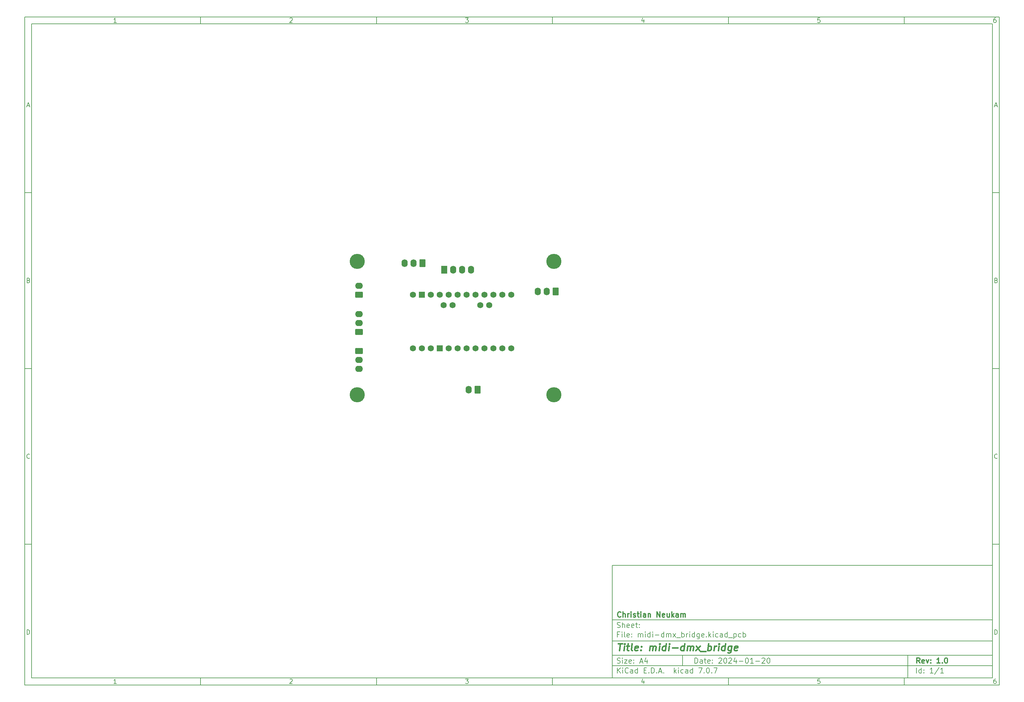
<source format=gbr>
%TF.GenerationSoftware,KiCad,Pcbnew,7.0.7*%
%TF.CreationDate,2024-01-28T22:30:17+01:00*%
%TF.ProjectId,midi-dmx_bridge,6d696469-2d64-46d7-985f-627269646765,1.0*%
%TF.SameCoordinates,PX5f5e100PY7459280*%
%TF.FileFunction,Soldermask,Bot*%
%TF.FilePolarity,Negative*%
%FSLAX46Y46*%
G04 Gerber Fmt 4.6, Leading zero omitted, Abs format (unit mm)*
G04 Created by KiCad (PCBNEW 7.0.7) date 2024-01-28 22:30:17*
%MOMM*%
%LPD*%
G01*
G04 APERTURE LIST*
G04 Aperture macros list*
%AMRoundRect*
0 Rectangle with rounded corners*
0 $1 Rounding radius*
0 $2 $3 $4 $5 $6 $7 $8 $9 X,Y pos of 4 corners*
0 Add a 4 corners polygon primitive as box body*
4,1,4,$2,$3,$4,$5,$6,$7,$8,$9,$2,$3,0*
0 Add four circle primitives for the rounded corners*
1,1,$1+$1,$2,$3*
1,1,$1+$1,$4,$5*
1,1,$1+$1,$6,$7*
1,1,$1+$1,$8,$9*
0 Add four rect primitives between the rounded corners*
20,1,$1+$1,$2,$3,$4,$5,0*
20,1,$1+$1,$4,$5,$6,$7,0*
20,1,$1+$1,$6,$7,$8,$9,0*
20,1,$1+$1,$8,$9,$2,$3,0*%
G04 Aperture macros list end*
%ADD10C,0.100000*%
%ADD11C,0.150000*%
%ADD12C,0.300000*%
%ADD13C,0.400000*%
%ADD14C,4.300000*%
%ADD15RoundRect,0.250000X0.620000X0.845000X-0.620000X0.845000X-0.620000X-0.845000X0.620000X-0.845000X0*%
%ADD16O,1.740000X2.190000*%
%ADD17RoundRect,0.250000X0.845000X-0.620000X0.845000X0.620000X-0.845000X0.620000X-0.845000X-0.620000X0*%
%ADD18O,2.190000X1.740000*%
%ADD19R,1.750000X2.250000*%
%ADD20O,1.750000X2.250000*%
%ADD21RoundRect,0.250000X-0.845000X0.620000X-0.845000X-0.620000X0.845000X-0.620000X0.845000X0.620000X0*%
%ADD22C,1.727200*%
%ADD23R,1.727200X1.727200*%
G04 APERTURE END LIST*
D10*
D11*
X77002200Y-44007200D02*
X185002200Y-44007200D01*
X185002200Y-76007200D01*
X77002200Y-76007200D01*
X77002200Y-44007200D01*
D10*
D11*
X-90000000Y112000000D02*
X187002200Y112000000D01*
X187002200Y-78007200D01*
X-90000000Y-78007200D01*
X-90000000Y112000000D01*
D10*
D11*
X-88000000Y110000000D02*
X185002200Y110000000D01*
X185002200Y-76007200D01*
X-88000000Y-76007200D01*
X-88000000Y110000000D01*
D10*
D11*
X-40000000Y110000000D02*
X-40000000Y112000000D01*
D10*
D11*
X10000000Y110000000D02*
X10000000Y112000000D01*
D10*
D11*
X60000000Y110000000D02*
X60000000Y112000000D01*
D10*
D11*
X110000000Y110000000D02*
X110000000Y112000000D01*
D10*
D11*
X160000000Y110000000D02*
X160000000Y112000000D01*
D10*
D11*
X-63910840Y110406396D02*
X-64653697Y110406396D01*
X-64282269Y110406396D02*
X-64282269Y111706396D01*
X-64282269Y111706396D02*
X-64406078Y111520681D01*
X-64406078Y111520681D02*
X-64529888Y111396872D01*
X-64529888Y111396872D02*
X-64653697Y111334967D01*
D10*
D11*
X-14653697Y111582586D02*
X-14591793Y111644491D01*
X-14591793Y111644491D02*
X-14467983Y111706396D01*
X-14467983Y111706396D02*
X-14158459Y111706396D01*
X-14158459Y111706396D02*
X-14034650Y111644491D01*
X-14034650Y111644491D02*
X-13972745Y111582586D01*
X-13972745Y111582586D02*
X-13910840Y111458777D01*
X-13910840Y111458777D02*
X-13910840Y111334967D01*
X-13910840Y111334967D02*
X-13972745Y111149253D01*
X-13972745Y111149253D02*
X-14715602Y110406396D01*
X-14715602Y110406396D02*
X-13910840Y110406396D01*
D10*
D11*
X35284398Y111706396D02*
X36089160Y111706396D01*
X36089160Y111706396D02*
X35655826Y111211158D01*
X35655826Y111211158D02*
X35841541Y111211158D01*
X35841541Y111211158D02*
X35965350Y111149253D01*
X35965350Y111149253D02*
X36027255Y111087348D01*
X36027255Y111087348D02*
X36089160Y110963539D01*
X36089160Y110963539D02*
X36089160Y110654015D01*
X36089160Y110654015D02*
X36027255Y110530205D01*
X36027255Y110530205D02*
X35965350Y110468300D01*
X35965350Y110468300D02*
X35841541Y110406396D01*
X35841541Y110406396D02*
X35470112Y110406396D01*
X35470112Y110406396D02*
X35346303Y110468300D01*
X35346303Y110468300D02*
X35284398Y110530205D01*
D10*
D11*
X85965350Y111273062D02*
X85965350Y110406396D01*
X85655826Y111768300D02*
X85346303Y110839729D01*
X85346303Y110839729D02*
X86151064Y110839729D01*
D10*
D11*
X136027255Y111706396D02*
X135408207Y111706396D01*
X135408207Y111706396D02*
X135346303Y111087348D01*
X135346303Y111087348D02*
X135408207Y111149253D01*
X135408207Y111149253D02*
X135532017Y111211158D01*
X135532017Y111211158D02*
X135841541Y111211158D01*
X135841541Y111211158D02*
X135965350Y111149253D01*
X135965350Y111149253D02*
X136027255Y111087348D01*
X136027255Y111087348D02*
X136089160Y110963539D01*
X136089160Y110963539D02*
X136089160Y110654015D01*
X136089160Y110654015D02*
X136027255Y110530205D01*
X136027255Y110530205D02*
X135965350Y110468300D01*
X135965350Y110468300D02*
X135841541Y110406396D01*
X135841541Y110406396D02*
X135532017Y110406396D01*
X135532017Y110406396D02*
X135408207Y110468300D01*
X135408207Y110468300D02*
X135346303Y110530205D01*
D10*
D11*
X185965350Y111706396D02*
X185717731Y111706396D01*
X185717731Y111706396D02*
X185593922Y111644491D01*
X185593922Y111644491D02*
X185532017Y111582586D01*
X185532017Y111582586D02*
X185408207Y111396872D01*
X185408207Y111396872D02*
X185346303Y111149253D01*
X185346303Y111149253D02*
X185346303Y110654015D01*
X185346303Y110654015D02*
X185408207Y110530205D01*
X185408207Y110530205D02*
X185470112Y110468300D01*
X185470112Y110468300D02*
X185593922Y110406396D01*
X185593922Y110406396D02*
X185841541Y110406396D01*
X185841541Y110406396D02*
X185965350Y110468300D01*
X185965350Y110468300D02*
X186027255Y110530205D01*
X186027255Y110530205D02*
X186089160Y110654015D01*
X186089160Y110654015D02*
X186089160Y110963539D01*
X186089160Y110963539D02*
X186027255Y111087348D01*
X186027255Y111087348D02*
X185965350Y111149253D01*
X185965350Y111149253D02*
X185841541Y111211158D01*
X185841541Y111211158D02*
X185593922Y111211158D01*
X185593922Y111211158D02*
X185470112Y111149253D01*
X185470112Y111149253D02*
X185408207Y111087348D01*
X185408207Y111087348D02*
X185346303Y110963539D01*
D10*
D11*
X-40000000Y-76007200D02*
X-40000000Y-78007200D01*
D10*
D11*
X10000000Y-76007200D02*
X10000000Y-78007200D01*
D10*
D11*
X60000000Y-76007200D02*
X60000000Y-78007200D01*
D10*
D11*
X110000000Y-76007200D02*
X110000000Y-78007200D01*
D10*
D11*
X160000000Y-76007200D02*
X160000000Y-78007200D01*
D10*
D11*
X-63910840Y-77600804D02*
X-64653697Y-77600804D01*
X-64282269Y-77600804D02*
X-64282269Y-76300804D01*
X-64282269Y-76300804D02*
X-64406078Y-76486519D01*
X-64406078Y-76486519D02*
X-64529888Y-76610328D01*
X-64529888Y-76610328D02*
X-64653697Y-76672233D01*
D10*
D11*
X-14653697Y-76424614D02*
X-14591793Y-76362709D01*
X-14591793Y-76362709D02*
X-14467983Y-76300804D01*
X-14467983Y-76300804D02*
X-14158459Y-76300804D01*
X-14158459Y-76300804D02*
X-14034650Y-76362709D01*
X-14034650Y-76362709D02*
X-13972745Y-76424614D01*
X-13972745Y-76424614D02*
X-13910840Y-76548423D01*
X-13910840Y-76548423D02*
X-13910840Y-76672233D01*
X-13910840Y-76672233D02*
X-13972745Y-76857947D01*
X-13972745Y-76857947D02*
X-14715602Y-77600804D01*
X-14715602Y-77600804D02*
X-13910840Y-77600804D01*
D10*
D11*
X35284398Y-76300804D02*
X36089160Y-76300804D01*
X36089160Y-76300804D02*
X35655826Y-76796042D01*
X35655826Y-76796042D02*
X35841541Y-76796042D01*
X35841541Y-76796042D02*
X35965350Y-76857947D01*
X35965350Y-76857947D02*
X36027255Y-76919852D01*
X36027255Y-76919852D02*
X36089160Y-77043661D01*
X36089160Y-77043661D02*
X36089160Y-77353185D01*
X36089160Y-77353185D02*
X36027255Y-77476995D01*
X36027255Y-77476995D02*
X35965350Y-77538900D01*
X35965350Y-77538900D02*
X35841541Y-77600804D01*
X35841541Y-77600804D02*
X35470112Y-77600804D01*
X35470112Y-77600804D02*
X35346303Y-77538900D01*
X35346303Y-77538900D02*
X35284398Y-77476995D01*
D10*
D11*
X85965350Y-76734138D02*
X85965350Y-77600804D01*
X85655826Y-76238900D02*
X85346303Y-77167471D01*
X85346303Y-77167471D02*
X86151064Y-77167471D01*
D10*
D11*
X136027255Y-76300804D02*
X135408207Y-76300804D01*
X135408207Y-76300804D02*
X135346303Y-76919852D01*
X135346303Y-76919852D02*
X135408207Y-76857947D01*
X135408207Y-76857947D02*
X135532017Y-76796042D01*
X135532017Y-76796042D02*
X135841541Y-76796042D01*
X135841541Y-76796042D02*
X135965350Y-76857947D01*
X135965350Y-76857947D02*
X136027255Y-76919852D01*
X136027255Y-76919852D02*
X136089160Y-77043661D01*
X136089160Y-77043661D02*
X136089160Y-77353185D01*
X136089160Y-77353185D02*
X136027255Y-77476995D01*
X136027255Y-77476995D02*
X135965350Y-77538900D01*
X135965350Y-77538900D02*
X135841541Y-77600804D01*
X135841541Y-77600804D02*
X135532017Y-77600804D01*
X135532017Y-77600804D02*
X135408207Y-77538900D01*
X135408207Y-77538900D02*
X135346303Y-77476995D01*
D10*
D11*
X185965350Y-76300804D02*
X185717731Y-76300804D01*
X185717731Y-76300804D02*
X185593922Y-76362709D01*
X185593922Y-76362709D02*
X185532017Y-76424614D01*
X185532017Y-76424614D02*
X185408207Y-76610328D01*
X185408207Y-76610328D02*
X185346303Y-76857947D01*
X185346303Y-76857947D02*
X185346303Y-77353185D01*
X185346303Y-77353185D02*
X185408207Y-77476995D01*
X185408207Y-77476995D02*
X185470112Y-77538900D01*
X185470112Y-77538900D02*
X185593922Y-77600804D01*
X185593922Y-77600804D02*
X185841541Y-77600804D01*
X185841541Y-77600804D02*
X185965350Y-77538900D01*
X185965350Y-77538900D02*
X186027255Y-77476995D01*
X186027255Y-77476995D02*
X186089160Y-77353185D01*
X186089160Y-77353185D02*
X186089160Y-77043661D01*
X186089160Y-77043661D02*
X186027255Y-76919852D01*
X186027255Y-76919852D02*
X185965350Y-76857947D01*
X185965350Y-76857947D02*
X185841541Y-76796042D01*
X185841541Y-76796042D02*
X185593922Y-76796042D01*
X185593922Y-76796042D02*
X185470112Y-76857947D01*
X185470112Y-76857947D02*
X185408207Y-76919852D01*
X185408207Y-76919852D02*
X185346303Y-77043661D01*
D10*
D11*
X-90000000Y62000000D02*
X-88000000Y62000000D01*
D10*
D11*
X-90000000Y12000000D02*
X-88000000Y12000000D01*
D10*
D11*
X-90000000Y-38000000D02*
X-88000000Y-38000000D01*
D10*
D11*
X-89309524Y86777824D02*
X-88690477Y86777824D01*
X-89433334Y86406396D02*
X-89000001Y87706396D01*
X-89000001Y87706396D02*
X-88566667Y86406396D01*
D10*
D11*
X-88907143Y37087348D02*
X-88721429Y37025443D01*
X-88721429Y37025443D02*
X-88659524Y36963539D01*
X-88659524Y36963539D02*
X-88597620Y36839729D01*
X-88597620Y36839729D02*
X-88597620Y36654015D01*
X-88597620Y36654015D02*
X-88659524Y36530205D01*
X-88659524Y36530205D02*
X-88721429Y36468300D01*
X-88721429Y36468300D02*
X-88845239Y36406396D01*
X-88845239Y36406396D02*
X-89340477Y36406396D01*
X-89340477Y36406396D02*
X-89340477Y37706396D01*
X-89340477Y37706396D02*
X-88907143Y37706396D01*
X-88907143Y37706396D02*
X-88783334Y37644491D01*
X-88783334Y37644491D02*
X-88721429Y37582586D01*
X-88721429Y37582586D02*
X-88659524Y37458777D01*
X-88659524Y37458777D02*
X-88659524Y37334967D01*
X-88659524Y37334967D02*
X-88721429Y37211158D01*
X-88721429Y37211158D02*
X-88783334Y37149253D01*
X-88783334Y37149253D02*
X-88907143Y37087348D01*
X-88907143Y37087348D02*
X-89340477Y37087348D01*
D10*
D11*
X-88597620Y-13469795D02*
X-88659524Y-13531700D01*
X-88659524Y-13531700D02*
X-88845239Y-13593604D01*
X-88845239Y-13593604D02*
X-88969048Y-13593604D01*
X-88969048Y-13593604D02*
X-89154762Y-13531700D01*
X-89154762Y-13531700D02*
X-89278572Y-13407890D01*
X-89278572Y-13407890D02*
X-89340477Y-13284080D01*
X-89340477Y-13284080D02*
X-89402381Y-13036461D01*
X-89402381Y-13036461D02*
X-89402381Y-12850747D01*
X-89402381Y-12850747D02*
X-89340477Y-12603128D01*
X-89340477Y-12603128D02*
X-89278572Y-12479319D01*
X-89278572Y-12479319D02*
X-89154762Y-12355509D01*
X-89154762Y-12355509D02*
X-88969048Y-12293604D01*
X-88969048Y-12293604D02*
X-88845239Y-12293604D01*
X-88845239Y-12293604D02*
X-88659524Y-12355509D01*
X-88659524Y-12355509D02*
X-88597620Y-12417414D01*
D10*
D11*
X-89340477Y-63593604D02*
X-89340477Y-62293604D01*
X-89340477Y-62293604D02*
X-89030953Y-62293604D01*
X-89030953Y-62293604D02*
X-88845239Y-62355509D01*
X-88845239Y-62355509D02*
X-88721429Y-62479319D01*
X-88721429Y-62479319D02*
X-88659524Y-62603128D01*
X-88659524Y-62603128D02*
X-88597620Y-62850747D01*
X-88597620Y-62850747D02*
X-88597620Y-63036461D01*
X-88597620Y-63036461D02*
X-88659524Y-63284080D01*
X-88659524Y-63284080D02*
X-88721429Y-63407890D01*
X-88721429Y-63407890D02*
X-88845239Y-63531700D01*
X-88845239Y-63531700D02*
X-89030953Y-63593604D01*
X-89030953Y-63593604D02*
X-89340477Y-63593604D01*
D10*
D11*
X187002200Y62000000D02*
X185002200Y62000000D01*
D10*
D11*
X187002200Y12000000D02*
X185002200Y12000000D01*
D10*
D11*
X187002200Y-38000000D02*
X185002200Y-38000000D01*
D10*
D11*
X185692676Y86777824D02*
X186311723Y86777824D01*
X185568866Y86406396D02*
X186002199Y87706396D01*
X186002199Y87706396D02*
X186435533Y86406396D01*
D10*
D11*
X186095057Y37087348D02*
X186280771Y37025443D01*
X186280771Y37025443D02*
X186342676Y36963539D01*
X186342676Y36963539D02*
X186404580Y36839729D01*
X186404580Y36839729D02*
X186404580Y36654015D01*
X186404580Y36654015D02*
X186342676Y36530205D01*
X186342676Y36530205D02*
X186280771Y36468300D01*
X186280771Y36468300D02*
X186156961Y36406396D01*
X186156961Y36406396D02*
X185661723Y36406396D01*
X185661723Y36406396D02*
X185661723Y37706396D01*
X185661723Y37706396D02*
X186095057Y37706396D01*
X186095057Y37706396D02*
X186218866Y37644491D01*
X186218866Y37644491D02*
X186280771Y37582586D01*
X186280771Y37582586D02*
X186342676Y37458777D01*
X186342676Y37458777D02*
X186342676Y37334967D01*
X186342676Y37334967D02*
X186280771Y37211158D01*
X186280771Y37211158D02*
X186218866Y37149253D01*
X186218866Y37149253D02*
X186095057Y37087348D01*
X186095057Y37087348D02*
X185661723Y37087348D01*
D10*
D11*
X186404580Y-13469795D02*
X186342676Y-13531700D01*
X186342676Y-13531700D02*
X186156961Y-13593604D01*
X186156961Y-13593604D02*
X186033152Y-13593604D01*
X186033152Y-13593604D02*
X185847438Y-13531700D01*
X185847438Y-13531700D02*
X185723628Y-13407890D01*
X185723628Y-13407890D02*
X185661723Y-13284080D01*
X185661723Y-13284080D02*
X185599819Y-13036461D01*
X185599819Y-13036461D02*
X185599819Y-12850747D01*
X185599819Y-12850747D02*
X185661723Y-12603128D01*
X185661723Y-12603128D02*
X185723628Y-12479319D01*
X185723628Y-12479319D02*
X185847438Y-12355509D01*
X185847438Y-12355509D02*
X186033152Y-12293604D01*
X186033152Y-12293604D02*
X186156961Y-12293604D01*
X186156961Y-12293604D02*
X186342676Y-12355509D01*
X186342676Y-12355509D02*
X186404580Y-12417414D01*
D10*
D11*
X185661723Y-63593604D02*
X185661723Y-62293604D01*
X185661723Y-62293604D02*
X185971247Y-62293604D01*
X185971247Y-62293604D02*
X186156961Y-62355509D01*
X186156961Y-62355509D02*
X186280771Y-62479319D01*
X186280771Y-62479319D02*
X186342676Y-62603128D01*
X186342676Y-62603128D02*
X186404580Y-62850747D01*
X186404580Y-62850747D02*
X186404580Y-63036461D01*
X186404580Y-63036461D02*
X186342676Y-63284080D01*
X186342676Y-63284080D02*
X186280771Y-63407890D01*
X186280771Y-63407890D02*
X186156961Y-63531700D01*
X186156961Y-63531700D02*
X185971247Y-63593604D01*
X185971247Y-63593604D02*
X185661723Y-63593604D01*
D10*
D11*
X100458026Y-71793328D02*
X100458026Y-70293328D01*
X100458026Y-70293328D02*
X100815169Y-70293328D01*
X100815169Y-70293328D02*
X101029455Y-70364757D01*
X101029455Y-70364757D02*
X101172312Y-70507614D01*
X101172312Y-70507614D02*
X101243741Y-70650471D01*
X101243741Y-70650471D02*
X101315169Y-70936185D01*
X101315169Y-70936185D02*
X101315169Y-71150471D01*
X101315169Y-71150471D02*
X101243741Y-71436185D01*
X101243741Y-71436185D02*
X101172312Y-71579042D01*
X101172312Y-71579042D02*
X101029455Y-71721900D01*
X101029455Y-71721900D02*
X100815169Y-71793328D01*
X100815169Y-71793328D02*
X100458026Y-71793328D01*
X102600884Y-71793328D02*
X102600884Y-71007614D01*
X102600884Y-71007614D02*
X102529455Y-70864757D01*
X102529455Y-70864757D02*
X102386598Y-70793328D01*
X102386598Y-70793328D02*
X102100884Y-70793328D01*
X102100884Y-70793328D02*
X101958026Y-70864757D01*
X102600884Y-71721900D02*
X102458026Y-71793328D01*
X102458026Y-71793328D02*
X102100884Y-71793328D01*
X102100884Y-71793328D02*
X101958026Y-71721900D01*
X101958026Y-71721900D02*
X101886598Y-71579042D01*
X101886598Y-71579042D02*
X101886598Y-71436185D01*
X101886598Y-71436185D02*
X101958026Y-71293328D01*
X101958026Y-71293328D02*
X102100884Y-71221900D01*
X102100884Y-71221900D02*
X102458026Y-71221900D01*
X102458026Y-71221900D02*
X102600884Y-71150471D01*
X103100884Y-70793328D02*
X103672312Y-70793328D01*
X103315169Y-70293328D02*
X103315169Y-71579042D01*
X103315169Y-71579042D02*
X103386598Y-71721900D01*
X103386598Y-71721900D02*
X103529455Y-71793328D01*
X103529455Y-71793328D02*
X103672312Y-71793328D01*
X104743741Y-71721900D02*
X104600884Y-71793328D01*
X104600884Y-71793328D02*
X104315170Y-71793328D01*
X104315170Y-71793328D02*
X104172312Y-71721900D01*
X104172312Y-71721900D02*
X104100884Y-71579042D01*
X104100884Y-71579042D02*
X104100884Y-71007614D01*
X104100884Y-71007614D02*
X104172312Y-70864757D01*
X104172312Y-70864757D02*
X104315170Y-70793328D01*
X104315170Y-70793328D02*
X104600884Y-70793328D01*
X104600884Y-70793328D02*
X104743741Y-70864757D01*
X104743741Y-70864757D02*
X104815170Y-71007614D01*
X104815170Y-71007614D02*
X104815170Y-71150471D01*
X104815170Y-71150471D02*
X104100884Y-71293328D01*
X105458026Y-71650471D02*
X105529455Y-71721900D01*
X105529455Y-71721900D02*
X105458026Y-71793328D01*
X105458026Y-71793328D02*
X105386598Y-71721900D01*
X105386598Y-71721900D02*
X105458026Y-71650471D01*
X105458026Y-71650471D02*
X105458026Y-71793328D01*
X105458026Y-70864757D02*
X105529455Y-70936185D01*
X105529455Y-70936185D02*
X105458026Y-71007614D01*
X105458026Y-71007614D02*
X105386598Y-70936185D01*
X105386598Y-70936185D02*
X105458026Y-70864757D01*
X105458026Y-70864757D02*
X105458026Y-71007614D01*
X107243741Y-70436185D02*
X107315169Y-70364757D01*
X107315169Y-70364757D02*
X107458027Y-70293328D01*
X107458027Y-70293328D02*
X107815169Y-70293328D01*
X107815169Y-70293328D02*
X107958027Y-70364757D01*
X107958027Y-70364757D02*
X108029455Y-70436185D01*
X108029455Y-70436185D02*
X108100884Y-70579042D01*
X108100884Y-70579042D02*
X108100884Y-70721900D01*
X108100884Y-70721900D02*
X108029455Y-70936185D01*
X108029455Y-70936185D02*
X107172312Y-71793328D01*
X107172312Y-71793328D02*
X108100884Y-71793328D01*
X109029455Y-70293328D02*
X109172312Y-70293328D01*
X109172312Y-70293328D02*
X109315169Y-70364757D01*
X109315169Y-70364757D02*
X109386598Y-70436185D01*
X109386598Y-70436185D02*
X109458026Y-70579042D01*
X109458026Y-70579042D02*
X109529455Y-70864757D01*
X109529455Y-70864757D02*
X109529455Y-71221900D01*
X109529455Y-71221900D02*
X109458026Y-71507614D01*
X109458026Y-71507614D02*
X109386598Y-71650471D01*
X109386598Y-71650471D02*
X109315169Y-71721900D01*
X109315169Y-71721900D02*
X109172312Y-71793328D01*
X109172312Y-71793328D02*
X109029455Y-71793328D01*
X109029455Y-71793328D02*
X108886598Y-71721900D01*
X108886598Y-71721900D02*
X108815169Y-71650471D01*
X108815169Y-71650471D02*
X108743740Y-71507614D01*
X108743740Y-71507614D02*
X108672312Y-71221900D01*
X108672312Y-71221900D02*
X108672312Y-70864757D01*
X108672312Y-70864757D02*
X108743740Y-70579042D01*
X108743740Y-70579042D02*
X108815169Y-70436185D01*
X108815169Y-70436185D02*
X108886598Y-70364757D01*
X108886598Y-70364757D02*
X109029455Y-70293328D01*
X110100883Y-70436185D02*
X110172311Y-70364757D01*
X110172311Y-70364757D02*
X110315169Y-70293328D01*
X110315169Y-70293328D02*
X110672311Y-70293328D01*
X110672311Y-70293328D02*
X110815169Y-70364757D01*
X110815169Y-70364757D02*
X110886597Y-70436185D01*
X110886597Y-70436185D02*
X110958026Y-70579042D01*
X110958026Y-70579042D02*
X110958026Y-70721900D01*
X110958026Y-70721900D02*
X110886597Y-70936185D01*
X110886597Y-70936185D02*
X110029454Y-71793328D01*
X110029454Y-71793328D02*
X110958026Y-71793328D01*
X112243740Y-70793328D02*
X112243740Y-71793328D01*
X111886597Y-70221900D02*
X111529454Y-71293328D01*
X111529454Y-71293328D02*
X112458025Y-71293328D01*
X113029453Y-71221900D02*
X114172311Y-71221900D01*
X115172311Y-70293328D02*
X115315168Y-70293328D01*
X115315168Y-70293328D02*
X115458025Y-70364757D01*
X115458025Y-70364757D02*
X115529454Y-70436185D01*
X115529454Y-70436185D02*
X115600882Y-70579042D01*
X115600882Y-70579042D02*
X115672311Y-70864757D01*
X115672311Y-70864757D02*
X115672311Y-71221900D01*
X115672311Y-71221900D02*
X115600882Y-71507614D01*
X115600882Y-71507614D02*
X115529454Y-71650471D01*
X115529454Y-71650471D02*
X115458025Y-71721900D01*
X115458025Y-71721900D02*
X115315168Y-71793328D01*
X115315168Y-71793328D02*
X115172311Y-71793328D01*
X115172311Y-71793328D02*
X115029454Y-71721900D01*
X115029454Y-71721900D02*
X114958025Y-71650471D01*
X114958025Y-71650471D02*
X114886596Y-71507614D01*
X114886596Y-71507614D02*
X114815168Y-71221900D01*
X114815168Y-71221900D02*
X114815168Y-70864757D01*
X114815168Y-70864757D02*
X114886596Y-70579042D01*
X114886596Y-70579042D02*
X114958025Y-70436185D01*
X114958025Y-70436185D02*
X115029454Y-70364757D01*
X115029454Y-70364757D02*
X115172311Y-70293328D01*
X117100882Y-71793328D02*
X116243739Y-71793328D01*
X116672310Y-71793328D02*
X116672310Y-70293328D01*
X116672310Y-70293328D02*
X116529453Y-70507614D01*
X116529453Y-70507614D02*
X116386596Y-70650471D01*
X116386596Y-70650471D02*
X116243739Y-70721900D01*
X117743738Y-71221900D02*
X118886596Y-71221900D01*
X119529453Y-70436185D02*
X119600881Y-70364757D01*
X119600881Y-70364757D02*
X119743739Y-70293328D01*
X119743739Y-70293328D02*
X120100881Y-70293328D01*
X120100881Y-70293328D02*
X120243739Y-70364757D01*
X120243739Y-70364757D02*
X120315167Y-70436185D01*
X120315167Y-70436185D02*
X120386596Y-70579042D01*
X120386596Y-70579042D02*
X120386596Y-70721900D01*
X120386596Y-70721900D02*
X120315167Y-70936185D01*
X120315167Y-70936185D02*
X119458024Y-71793328D01*
X119458024Y-71793328D02*
X120386596Y-71793328D01*
X121315167Y-70293328D02*
X121458024Y-70293328D01*
X121458024Y-70293328D02*
X121600881Y-70364757D01*
X121600881Y-70364757D02*
X121672310Y-70436185D01*
X121672310Y-70436185D02*
X121743738Y-70579042D01*
X121743738Y-70579042D02*
X121815167Y-70864757D01*
X121815167Y-70864757D02*
X121815167Y-71221900D01*
X121815167Y-71221900D02*
X121743738Y-71507614D01*
X121743738Y-71507614D02*
X121672310Y-71650471D01*
X121672310Y-71650471D02*
X121600881Y-71721900D01*
X121600881Y-71721900D02*
X121458024Y-71793328D01*
X121458024Y-71793328D02*
X121315167Y-71793328D01*
X121315167Y-71793328D02*
X121172310Y-71721900D01*
X121172310Y-71721900D02*
X121100881Y-71650471D01*
X121100881Y-71650471D02*
X121029452Y-71507614D01*
X121029452Y-71507614D02*
X120958024Y-71221900D01*
X120958024Y-71221900D02*
X120958024Y-70864757D01*
X120958024Y-70864757D02*
X121029452Y-70579042D01*
X121029452Y-70579042D02*
X121100881Y-70436185D01*
X121100881Y-70436185D02*
X121172310Y-70364757D01*
X121172310Y-70364757D02*
X121315167Y-70293328D01*
D10*
D11*
X77002200Y-72507200D02*
X185002200Y-72507200D01*
D10*
D11*
X78458026Y-74593328D02*
X78458026Y-73093328D01*
X79315169Y-74593328D02*
X78672312Y-73736185D01*
X79315169Y-73093328D02*
X78458026Y-73950471D01*
X79958026Y-74593328D02*
X79958026Y-73593328D01*
X79958026Y-73093328D02*
X79886598Y-73164757D01*
X79886598Y-73164757D02*
X79958026Y-73236185D01*
X79958026Y-73236185D02*
X80029455Y-73164757D01*
X80029455Y-73164757D02*
X79958026Y-73093328D01*
X79958026Y-73093328D02*
X79958026Y-73236185D01*
X81529455Y-74450471D02*
X81458027Y-74521900D01*
X81458027Y-74521900D02*
X81243741Y-74593328D01*
X81243741Y-74593328D02*
X81100884Y-74593328D01*
X81100884Y-74593328D02*
X80886598Y-74521900D01*
X80886598Y-74521900D02*
X80743741Y-74379042D01*
X80743741Y-74379042D02*
X80672312Y-74236185D01*
X80672312Y-74236185D02*
X80600884Y-73950471D01*
X80600884Y-73950471D02*
X80600884Y-73736185D01*
X80600884Y-73736185D02*
X80672312Y-73450471D01*
X80672312Y-73450471D02*
X80743741Y-73307614D01*
X80743741Y-73307614D02*
X80886598Y-73164757D01*
X80886598Y-73164757D02*
X81100884Y-73093328D01*
X81100884Y-73093328D02*
X81243741Y-73093328D01*
X81243741Y-73093328D02*
X81458027Y-73164757D01*
X81458027Y-73164757D02*
X81529455Y-73236185D01*
X82815170Y-74593328D02*
X82815170Y-73807614D01*
X82815170Y-73807614D02*
X82743741Y-73664757D01*
X82743741Y-73664757D02*
X82600884Y-73593328D01*
X82600884Y-73593328D02*
X82315170Y-73593328D01*
X82315170Y-73593328D02*
X82172312Y-73664757D01*
X82815170Y-74521900D02*
X82672312Y-74593328D01*
X82672312Y-74593328D02*
X82315170Y-74593328D01*
X82315170Y-74593328D02*
X82172312Y-74521900D01*
X82172312Y-74521900D02*
X82100884Y-74379042D01*
X82100884Y-74379042D02*
X82100884Y-74236185D01*
X82100884Y-74236185D02*
X82172312Y-74093328D01*
X82172312Y-74093328D02*
X82315170Y-74021900D01*
X82315170Y-74021900D02*
X82672312Y-74021900D01*
X82672312Y-74021900D02*
X82815170Y-73950471D01*
X84172313Y-74593328D02*
X84172313Y-73093328D01*
X84172313Y-74521900D02*
X84029455Y-74593328D01*
X84029455Y-74593328D02*
X83743741Y-74593328D01*
X83743741Y-74593328D02*
X83600884Y-74521900D01*
X83600884Y-74521900D02*
X83529455Y-74450471D01*
X83529455Y-74450471D02*
X83458027Y-74307614D01*
X83458027Y-74307614D02*
X83458027Y-73879042D01*
X83458027Y-73879042D02*
X83529455Y-73736185D01*
X83529455Y-73736185D02*
X83600884Y-73664757D01*
X83600884Y-73664757D02*
X83743741Y-73593328D01*
X83743741Y-73593328D02*
X84029455Y-73593328D01*
X84029455Y-73593328D02*
X84172313Y-73664757D01*
X86029455Y-73807614D02*
X86529455Y-73807614D01*
X86743741Y-74593328D02*
X86029455Y-74593328D01*
X86029455Y-74593328D02*
X86029455Y-73093328D01*
X86029455Y-73093328D02*
X86743741Y-73093328D01*
X87386598Y-74450471D02*
X87458027Y-74521900D01*
X87458027Y-74521900D02*
X87386598Y-74593328D01*
X87386598Y-74593328D02*
X87315170Y-74521900D01*
X87315170Y-74521900D02*
X87386598Y-74450471D01*
X87386598Y-74450471D02*
X87386598Y-74593328D01*
X88100884Y-74593328D02*
X88100884Y-73093328D01*
X88100884Y-73093328D02*
X88458027Y-73093328D01*
X88458027Y-73093328D02*
X88672313Y-73164757D01*
X88672313Y-73164757D02*
X88815170Y-73307614D01*
X88815170Y-73307614D02*
X88886599Y-73450471D01*
X88886599Y-73450471D02*
X88958027Y-73736185D01*
X88958027Y-73736185D02*
X88958027Y-73950471D01*
X88958027Y-73950471D02*
X88886599Y-74236185D01*
X88886599Y-74236185D02*
X88815170Y-74379042D01*
X88815170Y-74379042D02*
X88672313Y-74521900D01*
X88672313Y-74521900D02*
X88458027Y-74593328D01*
X88458027Y-74593328D02*
X88100884Y-74593328D01*
X89600884Y-74450471D02*
X89672313Y-74521900D01*
X89672313Y-74521900D02*
X89600884Y-74593328D01*
X89600884Y-74593328D02*
X89529456Y-74521900D01*
X89529456Y-74521900D02*
X89600884Y-74450471D01*
X89600884Y-74450471D02*
X89600884Y-74593328D01*
X90243742Y-74164757D02*
X90958028Y-74164757D01*
X90100885Y-74593328D02*
X90600885Y-73093328D01*
X90600885Y-73093328D02*
X91100885Y-74593328D01*
X91600884Y-74450471D02*
X91672313Y-74521900D01*
X91672313Y-74521900D02*
X91600884Y-74593328D01*
X91600884Y-74593328D02*
X91529456Y-74521900D01*
X91529456Y-74521900D02*
X91600884Y-74450471D01*
X91600884Y-74450471D02*
X91600884Y-74593328D01*
X94600884Y-74593328D02*
X94600884Y-73093328D01*
X94743742Y-74021900D02*
X95172313Y-74593328D01*
X95172313Y-73593328D02*
X94600884Y-74164757D01*
X95815170Y-74593328D02*
X95815170Y-73593328D01*
X95815170Y-73093328D02*
X95743742Y-73164757D01*
X95743742Y-73164757D02*
X95815170Y-73236185D01*
X95815170Y-73236185D02*
X95886599Y-73164757D01*
X95886599Y-73164757D02*
X95815170Y-73093328D01*
X95815170Y-73093328D02*
X95815170Y-73236185D01*
X97172314Y-74521900D02*
X97029456Y-74593328D01*
X97029456Y-74593328D02*
X96743742Y-74593328D01*
X96743742Y-74593328D02*
X96600885Y-74521900D01*
X96600885Y-74521900D02*
X96529456Y-74450471D01*
X96529456Y-74450471D02*
X96458028Y-74307614D01*
X96458028Y-74307614D02*
X96458028Y-73879042D01*
X96458028Y-73879042D02*
X96529456Y-73736185D01*
X96529456Y-73736185D02*
X96600885Y-73664757D01*
X96600885Y-73664757D02*
X96743742Y-73593328D01*
X96743742Y-73593328D02*
X97029456Y-73593328D01*
X97029456Y-73593328D02*
X97172314Y-73664757D01*
X98458028Y-74593328D02*
X98458028Y-73807614D01*
X98458028Y-73807614D02*
X98386599Y-73664757D01*
X98386599Y-73664757D02*
X98243742Y-73593328D01*
X98243742Y-73593328D02*
X97958028Y-73593328D01*
X97958028Y-73593328D02*
X97815170Y-73664757D01*
X98458028Y-74521900D02*
X98315170Y-74593328D01*
X98315170Y-74593328D02*
X97958028Y-74593328D01*
X97958028Y-74593328D02*
X97815170Y-74521900D01*
X97815170Y-74521900D02*
X97743742Y-74379042D01*
X97743742Y-74379042D02*
X97743742Y-74236185D01*
X97743742Y-74236185D02*
X97815170Y-74093328D01*
X97815170Y-74093328D02*
X97958028Y-74021900D01*
X97958028Y-74021900D02*
X98315170Y-74021900D01*
X98315170Y-74021900D02*
X98458028Y-73950471D01*
X99815171Y-74593328D02*
X99815171Y-73093328D01*
X99815171Y-74521900D02*
X99672313Y-74593328D01*
X99672313Y-74593328D02*
X99386599Y-74593328D01*
X99386599Y-74593328D02*
X99243742Y-74521900D01*
X99243742Y-74521900D02*
X99172313Y-74450471D01*
X99172313Y-74450471D02*
X99100885Y-74307614D01*
X99100885Y-74307614D02*
X99100885Y-73879042D01*
X99100885Y-73879042D02*
X99172313Y-73736185D01*
X99172313Y-73736185D02*
X99243742Y-73664757D01*
X99243742Y-73664757D02*
X99386599Y-73593328D01*
X99386599Y-73593328D02*
X99672313Y-73593328D01*
X99672313Y-73593328D02*
X99815171Y-73664757D01*
X101529456Y-73093328D02*
X102529456Y-73093328D01*
X102529456Y-73093328D02*
X101886599Y-74593328D01*
X103100884Y-74450471D02*
X103172313Y-74521900D01*
X103172313Y-74521900D02*
X103100884Y-74593328D01*
X103100884Y-74593328D02*
X103029456Y-74521900D01*
X103029456Y-74521900D02*
X103100884Y-74450471D01*
X103100884Y-74450471D02*
X103100884Y-74593328D01*
X104100885Y-73093328D02*
X104243742Y-73093328D01*
X104243742Y-73093328D02*
X104386599Y-73164757D01*
X104386599Y-73164757D02*
X104458028Y-73236185D01*
X104458028Y-73236185D02*
X104529456Y-73379042D01*
X104529456Y-73379042D02*
X104600885Y-73664757D01*
X104600885Y-73664757D02*
X104600885Y-74021900D01*
X104600885Y-74021900D02*
X104529456Y-74307614D01*
X104529456Y-74307614D02*
X104458028Y-74450471D01*
X104458028Y-74450471D02*
X104386599Y-74521900D01*
X104386599Y-74521900D02*
X104243742Y-74593328D01*
X104243742Y-74593328D02*
X104100885Y-74593328D01*
X104100885Y-74593328D02*
X103958028Y-74521900D01*
X103958028Y-74521900D02*
X103886599Y-74450471D01*
X103886599Y-74450471D02*
X103815170Y-74307614D01*
X103815170Y-74307614D02*
X103743742Y-74021900D01*
X103743742Y-74021900D02*
X103743742Y-73664757D01*
X103743742Y-73664757D02*
X103815170Y-73379042D01*
X103815170Y-73379042D02*
X103886599Y-73236185D01*
X103886599Y-73236185D02*
X103958028Y-73164757D01*
X103958028Y-73164757D02*
X104100885Y-73093328D01*
X105243741Y-74450471D02*
X105315170Y-74521900D01*
X105315170Y-74521900D02*
X105243741Y-74593328D01*
X105243741Y-74593328D02*
X105172313Y-74521900D01*
X105172313Y-74521900D02*
X105243741Y-74450471D01*
X105243741Y-74450471D02*
X105243741Y-74593328D01*
X105815170Y-73093328D02*
X106815170Y-73093328D01*
X106815170Y-73093328D02*
X106172313Y-74593328D01*
D10*
D11*
X77002200Y-69507200D02*
X185002200Y-69507200D01*
D10*
D12*
X164413853Y-71785528D02*
X163913853Y-71071242D01*
X163556710Y-71785528D02*
X163556710Y-70285528D01*
X163556710Y-70285528D02*
X164128139Y-70285528D01*
X164128139Y-70285528D02*
X164270996Y-70356957D01*
X164270996Y-70356957D02*
X164342425Y-70428385D01*
X164342425Y-70428385D02*
X164413853Y-70571242D01*
X164413853Y-70571242D02*
X164413853Y-70785528D01*
X164413853Y-70785528D02*
X164342425Y-70928385D01*
X164342425Y-70928385D02*
X164270996Y-70999814D01*
X164270996Y-70999814D02*
X164128139Y-71071242D01*
X164128139Y-71071242D02*
X163556710Y-71071242D01*
X165628139Y-71714100D02*
X165485282Y-71785528D01*
X165485282Y-71785528D02*
X165199568Y-71785528D01*
X165199568Y-71785528D02*
X165056710Y-71714100D01*
X165056710Y-71714100D02*
X164985282Y-71571242D01*
X164985282Y-71571242D02*
X164985282Y-70999814D01*
X164985282Y-70999814D02*
X165056710Y-70856957D01*
X165056710Y-70856957D02*
X165199568Y-70785528D01*
X165199568Y-70785528D02*
X165485282Y-70785528D01*
X165485282Y-70785528D02*
X165628139Y-70856957D01*
X165628139Y-70856957D02*
X165699568Y-70999814D01*
X165699568Y-70999814D02*
X165699568Y-71142671D01*
X165699568Y-71142671D02*
X164985282Y-71285528D01*
X166199567Y-70785528D02*
X166556710Y-71785528D01*
X166556710Y-71785528D02*
X166913853Y-70785528D01*
X167485281Y-71642671D02*
X167556710Y-71714100D01*
X167556710Y-71714100D02*
X167485281Y-71785528D01*
X167485281Y-71785528D02*
X167413853Y-71714100D01*
X167413853Y-71714100D02*
X167485281Y-71642671D01*
X167485281Y-71642671D02*
X167485281Y-71785528D01*
X167485281Y-70856957D02*
X167556710Y-70928385D01*
X167556710Y-70928385D02*
X167485281Y-70999814D01*
X167485281Y-70999814D02*
X167413853Y-70928385D01*
X167413853Y-70928385D02*
X167485281Y-70856957D01*
X167485281Y-70856957D02*
X167485281Y-70999814D01*
X170128139Y-71785528D02*
X169270996Y-71785528D01*
X169699567Y-71785528D02*
X169699567Y-70285528D01*
X169699567Y-70285528D02*
X169556710Y-70499814D01*
X169556710Y-70499814D02*
X169413853Y-70642671D01*
X169413853Y-70642671D02*
X169270996Y-70714100D01*
X170770995Y-71642671D02*
X170842424Y-71714100D01*
X170842424Y-71714100D02*
X170770995Y-71785528D01*
X170770995Y-71785528D02*
X170699567Y-71714100D01*
X170699567Y-71714100D02*
X170770995Y-71642671D01*
X170770995Y-71642671D02*
X170770995Y-71785528D01*
X171770996Y-70285528D02*
X171913853Y-70285528D01*
X171913853Y-70285528D02*
X172056710Y-70356957D01*
X172056710Y-70356957D02*
X172128139Y-70428385D01*
X172128139Y-70428385D02*
X172199567Y-70571242D01*
X172199567Y-70571242D02*
X172270996Y-70856957D01*
X172270996Y-70856957D02*
X172270996Y-71214100D01*
X172270996Y-71214100D02*
X172199567Y-71499814D01*
X172199567Y-71499814D02*
X172128139Y-71642671D01*
X172128139Y-71642671D02*
X172056710Y-71714100D01*
X172056710Y-71714100D02*
X171913853Y-71785528D01*
X171913853Y-71785528D02*
X171770996Y-71785528D01*
X171770996Y-71785528D02*
X171628139Y-71714100D01*
X171628139Y-71714100D02*
X171556710Y-71642671D01*
X171556710Y-71642671D02*
X171485281Y-71499814D01*
X171485281Y-71499814D02*
X171413853Y-71214100D01*
X171413853Y-71214100D02*
X171413853Y-70856957D01*
X171413853Y-70856957D02*
X171485281Y-70571242D01*
X171485281Y-70571242D02*
X171556710Y-70428385D01*
X171556710Y-70428385D02*
X171628139Y-70356957D01*
X171628139Y-70356957D02*
X171770996Y-70285528D01*
D10*
D11*
X78386598Y-71721900D02*
X78600884Y-71793328D01*
X78600884Y-71793328D02*
X78958026Y-71793328D01*
X78958026Y-71793328D02*
X79100884Y-71721900D01*
X79100884Y-71721900D02*
X79172312Y-71650471D01*
X79172312Y-71650471D02*
X79243741Y-71507614D01*
X79243741Y-71507614D02*
X79243741Y-71364757D01*
X79243741Y-71364757D02*
X79172312Y-71221900D01*
X79172312Y-71221900D02*
X79100884Y-71150471D01*
X79100884Y-71150471D02*
X78958026Y-71079042D01*
X78958026Y-71079042D02*
X78672312Y-71007614D01*
X78672312Y-71007614D02*
X78529455Y-70936185D01*
X78529455Y-70936185D02*
X78458026Y-70864757D01*
X78458026Y-70864757D02*
X78386598Y-70721900D01*
X78386598Y-70721900D02*
X78386598Y-70579042D01*
X78386598Y-70579042D02*
X78458026Y-70436185D01*
X78458026Y-70436185D02*
X78529455Y-70364757D01*
X78529455Y-70364757D02*
X78672312Y-70293328D01*
X78672312Y-70293328D02*
X79029455Y-70293328D01*
X79029455Y-70293328D02*
X79243741Y-70364757D01*
X79886597Y-71793328D02*
X79886597Y-70793328D01*
X79886597Y-70293328D02*
X79815169Y-70364757D01*
X79815169Y-70364757D02*
X79886597Y-70436185D01*
X79886597Y-70436185D02*
X79958026Y-70364757D01*
X79958026Y-70364757D02*
X79886597Y-70293328D01*
X79886597Y-70293328D02*
X79886597Y-70436185D01*
X80458026Y-70793328D02*
X81243741Y-70793328D01*
X81243741Y-70793328D02*
X80458026Y-71793328D01*
X80458026Y-71793328D02*
X81243741Y-71793328D01*
X82386598Y-71721900D02*
X82243741Y-71793328D01*
X82243741Y-71793328D02*
X81958027Y-71793328D01*
X81958027Y-71793328D02*
X81815169Y-71721900D01*
X81815169Y-71721900D02*
X81743741Y-71579042D01*
X81743741Y-71579042D02*
X81743741Y-71007614D01*
X81743741Y-71007614D02*
X81815169Y-70864757D01*
X81815169Y-70864757D02*
X81958027Y-70793328D01*
X81958027Y-70793328D02*
X82243741Y-70793328D01*
X82243741Y-70793328D02*
X82386598Y-70864757D01*
X82386598Y-70864757D02*
X82458027Y-71007614D01*
X82458027Y-71007614D02*
X82458027Y-71150471D01*
X82458027Y-71150471D02*
X81743741Y-71293328D01*
X83100883Y-71650471D02*
X83172312Y-71721900D01*
X83172312Y-71721900D02*
X83100883Y-71793328D01*
X83100883Y-71793328D02*
X83029455Y-71721900D01*
X83029455Y-71721900D02*
X83100883Y-71650471D01*
X83100883Y-71650471D02*
X83100883Y-71793328D01*
X83100883Y-70864757D02*
X83172312Y-70936185D01*
X83172312Y-70936185D02*
X83100883Y-71007614D01*
X83100883Y-71007614D02*
X83029455Y-70936185D01*
X83029455Y-70936185D02*
X83100883Y-70864757D01*
X83100883Y-70864757D02*
X83100883Y-71007614D01*
X84886598Y-71364757D02*
X85600884Y-71364757D01*
X84743741Y-71793328D02*
X85243741Y-70293328D01*
X85243741Y-70293328D02*
X85743741Y-71793328D01*
X86886598Y-70793328D02*
X86886598Y-71793328D01*
X86529455Y-70221900D02*
X86172312Y-71293328D01*
X86172312Y-71293328D02*
X87100883Y-71293328D01*
D10*
D11*
X163458026Y-74593328D02*
X163458026Y-73093328D01*
X164815170Y-74593328D02*
X164815170Y-73093328D01*
X164815170Y-74521900D02*
X164672312Y-74593328D01*
X164672312Y-74593328D02*
X164386598Y-74593328D01*
X164386598Y-74593328D02*
X164243741Y-74521900D01*
X164243741Y-74521900D02*
X164172312Y-74450471D01*
X164172312Y-74450471D02*
X164100884Y-74307614D01*
X164100884Y-74307614D02*
X164100884Y-73879042D01*
X164100884Y-73879042D02*
X164172312Y-73736185D01*
X164172312Y-73736185D02*
X164243741Y-73664757D01*
X164243741Y-73664757D02*
X164386598Y-73593328D01*
X164386598Y-73593328D02*
X164672312Y-73593328D01*
X164672312Y-73593328D02*
X164815170Y-73664757D01*
X165529455Y-74450471D02*
X165600884Y-74521900D01*
X165600884Y-74521900D02*
X165529455Y-74593328D01*
X165529455Y-74593328D02*
X165458027Y-74521900D01*
X165458027Y-74521900D02*
X165529455Y-74450471D01*
X165529455Y-74450471D02*
X165529455Y-74593328D01*
X165529455Y-73664757D02*
X165600884Y-73736185D01*
X165600884Y-73736185D02*
X165529455Y-73807614D01*
X165529455Y-73807614D02*
X165458027Y-73736185D01*
X165458027Y-73736185D02*
X165529455Y-73664757D01*
X165529455Y-73664757D02*
X165529455Y-73807614D01*
X168172313Y-74593328D02*
X167315170Y-74593328D01*
X167743741Y-74593328D02*
X167743741Y-73093328D01*
X167743741Y-73093328D02*
X167600884Y-73307614D01*
X167600884Y-73307614D02*
X167458027Y-73450471D01*
X167458027Y-73450471D02*
X167315170Y-73521900D01*
X169886598Y-73021900D02*
X168600884Y-74950471D01*
X171172313Y-74593328D02*
X170315170Y-74593328D01*
X170743741Y-74593328D02*
X170743741Y-73093328D01*
X170743741Y-73093328D02*
X170600884Y-73307614D01*
X170600884Y-73307614D02*
X170458027Y-73450471D01*
X170458027Y-73450471D02*
X170315170Y-73521900D01*
D10*
D11*
X77002200Y-65507200D02*
X185002200Y-65507200D01*
D10*
D13*
X78693928Y-66211638D02*
X79836785Y-66211638D01*
X79015357Y-68211638D02*
X79265357Y-66211638D01*
X80253452Y-68211638D02*
X80420119Y-66878304D01*
X80503452Y-66211638D02*
X80396309Y-66306876D01*
X80396309Y-66306876D02*
X80479643Y-66402114D01*
X80479643Y-66402114D02*
X80586786Y-66306876D01*
X80586786Y-66306876D02*
X80503452Y-66211638D01*
X80503452Y-66211638D02*
X80479643Y-66402114D01*
X81086786Y-66878304D02*
X81848690Y-66878304D01*
X81455833Y-66211638D02*
X81241548Y-67925923D01*
X81241548Y-67925923D02*
X81312976Y-68116400D01*
X81312976Y-68116400D02*
X81491548Y-68211638D01*
X81491548Y-68211638D02*
X81682024Y-68211638D01*
X82634405Y-68211638D02*
X82455833Y-68116400D01*
X82455833Y-68116400D02*
X82384405Y-67925923D01*
X82384405Y-67925923D02*
X82598690Y-66211638D01*
X84170119Y-68116400D02*
X83967738Y-68211638D01*
X83967738Y-68211638D02*
X83586785Y-68211638D01*
X83586785Y-68211638D02*
X83408214Y-68116400D01*
X83408214Y-68116400D02*
X83336785Y-67925923D01*
X83336785Y-67925923D02*
X83432024Y-67164019D01*
X83432024Y-67164019D02*
X83551071Y-66973542D01*
X83551071Y-66973542D02*
X83753452Y-66878304D01*
X83753452Y-66878304D02*
X84134404Y-66878304D01*
X84134404Y-66878304D02*
X84312976Y-66973542D01*
X84312976Y-66973542D02*
X84384404Y-67164019D01*
X84384404Y-67164019D02*
X84360595Y-67354495D01*
X84360595Y-67354495D02*
X83384404Y-67544971D01*
X85134405Y-68021161D02*
X85217738Y-68116400D01*
X85217738Y-68116400D02*
X85110595Y-68211638D01*
X85110595Y-68211638D02*
X85027262Y-68116400D01*
X85027262Y-68116400D02*
X85134405Y-68021161D01*
X85134405Y-68021161D02*
X85110595Y-68211638D01*
X85265357Y-66973542D02*
X85348690Y-67068780D01*
X85348690Y-67068780D02*
X85241548Y-67164019D01*
X85241548Y-67164019D02*
X85158214Y-67068780D01*
X85158214Y-67068780D02*
X85265357Y-66973542D01*
X85265357Y-66973542D02*
X85241548Y-67164019D01*
X87586786Y-68211638D02*
X87753453Y-66878304D01*
X87729643Y-67068780D02*
X87836786Y-66973542D01*
X87836786Y-66973542D02*
X88039167Y-66878304D01*
X88039167Y-66878304D02*
X88324881Y-66878304D01*
X88324881Y-66878304D02*
X88503453Y-66973542D01*
X88503453Y-66973542D02*
X88574881Y-67164019D01*
X88574881Y-67164019D02*
X88443929Y-68211638D01*
X88574881Y-67164019D02*
X88693929Y-66973542D01*
X88693929Y-66973542D02*
X88896310Y-66878304D01*
X88896310Y-66878304D02*
X89182024Y-66878304D01*
X89182024Y-66878304D02*
X89360596Y-66973542D01*
X89360596Y-66973542D02*
X89432024Y-67164019D01*
X89432024Y-67164019D02*
X89301072Y-68211638D01*
X90253453Y-68211638D02*
X90420120Y-66878304D01*
X90503453Y-66211638D02*
X90396310Y-66306876D01*
X90396310Y-66306876D02*
X90479644Y-66402114D01*
X90479644Y-66402114D02*
X90586787Y-66306876D01*
X90586787Y-66306876D02*
X90503453Y-66211638D01*
X90503453Y-66211638D02*
X90479644Y-66402114D01*
X92062977Y-68211638D02*
X92312977Y-66211638D01*
X92074882Y-68116400D02*
X91872501Y-68211638D01*
X91872501Y-68211638D02*
X91491549Y-68211638D01*
X91491549Y-68211638D02*
X91312977Y-68116400D01*
X91312977Y-68116400D02*
X91229644Y-68021161D01*
X91229644Y-68021161D02*
X91158215Y-67830685D01*
X91158215Y-67830685D02*
X91229644Y-67259257D01*
X91229644Y-67259257D02*
X91348691Y-67068780D01*
X91348691Y-67068780D02*
X91455834Y-66973542D01*
X91455834Y-66973542D02*
X91658215Y-66878304D01*
X91658215Y-66878304D02*
X92039168Y-66878304D01*
X92039168Y-66878304D02*
X92217739Y-66973542D01*
X93015358Y-68211638D02*
X93182025Y-66878304D01*
X93265358Y-66211638D02*
X93158215Y-66306876D01*
X93158215Y-66306876D02*
X93241549Y-66402114D01*
X93241549Y-66402114D02*
X93348692Y-66306876D01*
X93348692Y-66306876D02*
X93265358Y-66211638D01*
X93265358Y-66211638D02*
X93241549Y-66402114D01*
X94062977Y-67449733D02*
X95586787Y-67449733D01*
X97301072Y-68211638D02*
X97551072Y-66211638D01*
X97312977Y-68116400D02*
X97110596Y-68211638D01*
X97110596Y-68211638D02*
X96729644Y-68211638D01*
X96729644Y-68211638D02*
X96551072Y-68116400D01*
X96551072Y-68116400D02*
X96467739Y-68021161D01*
X96467739Y-68021161D02*
X96396310Y-67830685D01*
X96396310Y-67830685D02*
X96467739Y-67259257D01*
X96467739Y-67259257D02*
X96586786Y-67068780D01*
X96586786Y-67068780D02*
X96693929Y-66973542D01*
X96693929Y-66973542D02*
X96896310Y-66878304D01*
X96896310Y-66878304D02*
X97277263Y-66878304D01*
X97277263Y-66878304D02*
X97455834Y-66973542D01*
X98253453Y-68211638D02*
X98420120Y-66878304D01*
X98396310Y-67068780D02*
X98503453Y-66973542D01*
X98503453Y-66973542D02*
X98705834Y-66878304D01*
X98705834Y-66878304D02*
X98991548Y-66878304D01*
X98991548Y-66878304D02*
X99170120Y-66973542D01*
X99170120Y-66973542D02*
X99241548Y-67164019D01*
X99241548Y-67164019D02*
X99110596Y-68211638D01*
X99241548Y-67164019D02*
X99360596Y-66973542D01*
X99360596Y-66973542D02*
X99562977Y-66878304D01*
X99562977Y-66878304D02*
X99848691Y-66878304D01*
X99848691Y-66878304D02*
X100027263Y-66973542D01*
X100027263Y-66973542D02*
X100098691Y-67164019D01*
X100098691Y-67164019D02*
X99967739Y-68211638D01*
X100729644Y-68211638D02*
X101943930Y-66878304D01*
X100896311Y-66878304D02*
X101777263Y-68211638D01*
X102039168Y-68402114D02*
X103562978Y-68402114D01*
X104062978Y-68211638D02*
X104312978Y-66211638D01*
X104217740Y-66973542D02*
X104420121Y-66878304D01*
X104420121Y-66878304D02*
X104801073Y-66878304D01*
X104801073Y-66878304D02*
X104979645Y-66973542D01*
X104979645Y-66973542D02*
X105062978Y-67068780D01*
X105062978Y-67068780D02*
X105134407Y-67259257D01*
X105134407Y-67259257D02*
X105062978Y-67830685D01*
X105062978Y-67830685D02*
X104943931Y-68021161D01*
X104943931Y-68021161D02*
X104836788Y-68116400D01*
X104836788Y-68116400D02*
X104634407Y-68211638D01*
X104634407Y-68211638D02*
X104253454Y-68211638D01*
X104253454Y-68211638D02*
X104074883Y-68116400D01*
X105872502Y-68211638D02*
X106039169Y-66878304D01*
X105991550Y-67259257D02*
X106110597Y-67068780D01*
X106110597Y-67068780D02*
X106217740Y-66973542D01*
X106217740Y-66973542D02*
X106420121Y-66878304D01*
X106420121Y-66878304D02*
X106610597Y-66878304D01*
X107110597Y-68211638D02*
X107277264Y-66878304D01*
X107360597Y-66211638D02*
X107253454Y-66306876D01*
X107253454Y-66306876D02*
X107336788Y-66402114D01*
X107336788Y-66402114D02*
X107443931Y-66306876D01*
X107443931Y-66306876D02*
X107360597Y-66211638D01*
X107360597Y-66211638D02*
X107336788Y-66402114D01*
X108920121Y-68211638D02*
X109170121Y-66211638D01*
X108932026Y-68116400D02*
X108729645Y-68211638D01*
X108729645Y-68211638D02*
X108348693Y-68211638D01*
X108348693Y-68211638D02*
X108170121Y-68116400D01*
X108170121Y-68116400D02*
X108086788Y-68021161D01*
X108086788Y-68021161D02*
X108015359Y-67830685D01*
X108015359Y-67830685D02*
X108086788Y-67259257D01*
X108086788Y-67259257D02*
X108205835Y-67068780D01*
X108205835Y-67068780D02*
X108312978Y-66973542D01*
X108312978Y-66973542D02*
X108515359Y-66878304D01*
X108515359Y-66878304D02*
X108896312Y-66878304D01*
X108896312Y-66878304D02*
X109074883Y-66973542D01*
X110896312Y-66878304D02*
X110693931Y-68497352D01*
X110693931Y-68497352D02*
X110574883Y-68687828D01*
X110574883Y-68687828D02*
X110467740Y-68783066D01*
X110467740Y-68783066D02*
X110265359Y-68878304D01*
X110265359Y-68878304D02*
X109979645Y-68878304D01*
X109979645Y-68878304D02*
X109801074Y-68783066D01*
X110741550Y-68116400D02*
X110539169Y-68211638D01*
X110539169Y-68211638D02*
X110158217Y-68211638D01*
X110158217Y-68211638D02*
X109979645Y-68116400D01*
X109979645Y-68116400D02*
X109896312Y-68021161D01*
X109896312Y-68021161D02*
X109824883Y-67830685D01*
X109824883Y-67830685D02*
X109896312Y-67259257D01*
X109896312Y-67259257D02*
X110015359Y-67068780D01*
X110015359Y-67068780D02*
X110122502Y-66973542D01*
X110122502Y-66973542D02*
X110324883Y-66878304D01*
X110324883Y-66878304D02*
X110705836Y-66878304D01*
X110705836Y-66878304D02*
X110884407Y-66973542D01*
X112455836Y-68116400D02*
X112253455Y-68211638D01*
X112253455Y-68211638D02*
X111872502Y-68211638D01*
X111872502Y-68211638D02*
X111693931Y-68116400D01*
X111693931Y-68116400D02*
X111622502Y-67925923D01*
X111622502Y-67925923D02*
X111717741Y-67164019D01*
X111717741Y-67164019D02*
X111836788Y-66973542D01*
X111836788Y-66973542D02*
X112039169Y-66878304D01*
X112039169Y-66878304D02*
X112420121Y-66878304D01*
X112420121Y-66878304D02*
X112598693Y-66973542D01*
X112598693Y-66973542D02*
X112670121Y-67164019D01*
X112670121Y-67164019D02*
X112646312Y-67354495D01*
X112646312Y-67354495D02*
X111670121Y-67544971D01*
D10*
D11*
X78958026Y-63607614D02*
X78458026Y-63607614D01*
X78458026Y-64393328D02*
X78458026Y-62893328D01*
X78458026Y-62893328D02*
X79172312Y-62893328D01*
X79743740Y-64393328D02*
X79743740Y-63393328D01*
X79743740Y-62893328D02*
X79672312Y-62964757D01*
X79672312Y-62964757D02*
X79743740Y-63036185D01*
X79743740Y-63036185D02*
X79815169Y-62964757D01*
X79815169Y-62964757D02*
X79743740Y-62893328D01*
X79743740Y-62893328D02*
X79743740Y-63036185D01*
X80672312Y-64393328D02*
X80529455Y-64321900D01*
X80529455Y-64321900D02*
X80458026Y-64179042D01*
X80458026Y-64179042D02*
X80458026Y-62893328D01*
X81815169Y-64321900D02*
X81672312Y-64393328D01*
X81672312Y-64393328D02*
X81386598Y-64393328D01*
X81386598Y-64393328D02*
X81243740Y-64321900D01*
X81243740Y-64321900D02*
X81172312Y-64179042D01*
X81172312Y-64179042D02*
X81172312Y-63607614D01*
X81172312Y-63607614D02*
X81243740Y-63464757D01*
X81243740Y-63464757D02*
X81386598Y-63393328D01*
X81386598Y-63393328D02*
X81672312Y-63393328D01*
X81672312Y-63393328D02*
X81815169Y-63464757D01*
X81815169Y-63464757D02*
X81886598Y-63607614D01*
X81886598Y-63607614D02*
X81886598Y-63750471D01*
X81886598Y-63750471D02*
X81172312Y-63893328D01*
X82529454Y-64250471D02*
X82600883Y-64321900D01*
X82600883Y-64321900D02*
X82529454Y-64393328D01*
X82529454Y-64393328D02*
X82458026Y-64321900D01*
X82458026Y-64321900D02*
X82529454Y-64250471D01*
X82529454Y-64250471D02*
X82529454Y-64393328D01*
X82529454Y-63464757D02*
X82600883Y-63536185D01*
X82600883Y-63536185D02*
X82529454Y-63607614D01*
X82529454Y-63607614D02*
X82458026Y-63536185D01*
X82458026Y-63536185D02*
X82529454Y-63464757D01*
X82529454Y-63464757D02*
X82529454Y-63607614D01*
X84386597Y-64393328D02*
X84386597Y-63393328D01*
X84386597Y-63536185D02*
X84458026Y-63464757D01*
X84458026Y-63464757D02*
X84600883Y-63393328D01*
X84600883Y-63393328D02*
X84815169Y-63393328D01*
X84815169Y-63393328D02*
X84958026Y-63464757D01*
X84958026Y-63464757D02*
X85029455Y-63607614D01*
X85029455Y-63607614D02*
X85029455Y-64393328D01*
X85029455Y-63607614D02*
X85100883Y-63464757D01*
X85100883Y-63464757D02*
X85243740Y-63393328D01*
X85243740Y-63393328D02*
X85458026Y-63393328D01*
X85458026Y-63393328D02*
X85600883Y-63464757D01*
X85600883Y-63464757D02*
X85672312Y-63607614D01*
X85672312Y-63607614D02*
X85672312Y-64393328D01*
X86386597Y-64393328D02*
X86386597Y-63393328D01*
X86386597Y-62893328D02*
X86315169Y-62964757D01*
X86315169Y-62964757D02*
X86386597Y-63036185D01*
X86386597Y-63036185D02*
X86458026Y-62964757D01*
X86458026Y-62964757D02*
X86386597Y-62893328D01*
X86386597Y-62893328D02*
X86386597Y-63036185D01*
X87743741Y-64393328D02*
X87743741Y-62893328D01*
X87743741Y-64321900D02*
X87600883Y-64393328D01*
X87600883Y-64393328D02*
X87315169Y-64393328D01*
X87315169Y-64393328D02*
X87172312Y-64321900D01*
X87172312Y-64321900D02*
X87100883Y-64250471D01*
X87100883Y-64250471D02*
X87029455Y-64107614D01*
X87029455Y-64107614D02*
X87029455Y-63679042D01*
X87029455Y-63679042D02*
X87100883Y-63536185D01*
X87100883Y-63536185D02*
X87172312Y-63464757D01*
X87172312Y-63464757D02*
X87315169Y-63393328D01*
X87315169Y-63393328D02*
X87600883Y-63393328D01*
X87600883Y-63393328D02*
X87743741Y-63464757D01*
X88458026Y-64393328D02*
X88458026Y-63393328D01*
X88458026Y-62893328D02*
X88386598Y-62964757D01*
X88386598Y-62964757D02*
X88458026Y-63036185D01*
X88458026Y-63036185D02*
X88529455Y-62964757D01*
X88529455Y-62964757D02*
X88458026Y-62893328D01*
X88458026Y-62893328D02*
X88458026Y-63036185D01*
X89172312Y-63821900D02*
X90315170Y-63821900D01*
X91672313Y-64393328D02*
X91672313Y-62893328D01*
X91672313Y-64321900D02*
X91529455Y-64393328D01*
X91529455Y-64393328D02*
X91243741Y-64393328D01*
X91243741Y-64393328D02*
X91100884Y-64321900D01*
X91100884Y-64321900D02*
X91029455Y-64250471D01*
X91029455Y-64250471D02*
X90958027Y-64107614D01*
X90958027Y-64107614D02*
X90958027Y-63679042D01*
X90958027Y-63679042D02*
X91029455Y-63536185D01*
X91029455Y-63536185D02*
X91100884Y-63464757D01*
X91100884Y-63464757D02*
X91243741Y-63393328D01*
X91243741Y-63393328D02*
X91529455Y-63393328D01*
X91529455Y-63393328D02*
X91672313Y-63464757D01*
X92386598Y-64393328D02*
X92386598Y-63393328D01*
X92386598Y-63536185D02*
X92458027Y-63464757D01*
X92458027Y-63464757D02*
X92600884Y-63393328D01*
X92600884Y-63393328D02*
X92815170Y-63393328D01*
X92815170Y-63393328D02*
X92958027Y-63464757D01*
X92958027Y-63464757D02*
X93029456Y-63607614D01*
X93029456Y-63607614D02*
X93029456Y-64393328D01*
X93029456Y-63607614D02*
X93100884Y-63464757D01*
X93100884Y-63464757D02*
X93243741Y-63393328D01*
X93243741Y-63393328D02*
X93458027Y-63393328D01*
X93458027Y-63393328D02*
X93600884Y-63464757D01*
X93600884Y-63464757D02*
X93672313Y-63607614D01*
X93672313Y-63607614D02*
X93672313Y-64393328D01*
X94243741Y-64393328D02*
X95029456Y-63393328D01*
X94243741Y-63393328D02*
X95029456Y-64393328D01*
X95243742Y-64536185D02*
X96386599Y-64536185D01*
X96743741Y-64393328D02*
X96743741Y-62893328D01*
X96743741Y-63464757D02*
X96886599Y-63393328D01*
X96886599Y-63393328D02*
X97172313Y-63393328D01*
X97172313Y-63393328D02*
X97315170Y-63464757D01*
X97315170Y-63464757D02*
X97386599Y-63536185D01*
X97386599Y-63536185D02*
X97458027Y-63679042D01*
X97458027Y-63679042D02*
X97458027Y-64107614D01*
X97458027Y-64107614D02*
X97386599Y-64250471D01*
X97386599Y-64250471D02*
X97315170Y-64321900D01*
X97315170Y-64321900D02*
X97172313Y-64393328D01*
X97172313Y-64393328D02*
X96886599Y-64393328D01*
X96886599Y-64393328D02*
X96743741Y-64321900D01*
X98100884Y-64393328D02*
X98100884Y-63393328D01*
X98100884Y-63679042D02*
X98172313Y-63536185D01*
X98172313Y-63536185D02*
X98243742Y-63464757D01*
X98243742Y-63464757D02*
X98386599Y-63393328D01*
X98386599Y-63393328D02*
X98529456Y-63393328D01*
X99029455Y-64393328D02*
X99029455Y-63393328D01*
X99029455Y-62893328D02*
X98958027Y-62964757D01*
X98958027Y-62964757D02*
X99029455Y-63036185D01*
X99029455Y-63036185D02*
X99100884Y-62964757D01*
X99100884Y-62964757D02*
X99029455Y-62893328D01*
X99029455Y-62893328D02*
X99029455Y-63036185D01*
X100386599Y-64393328D02*
X100386599Y-62893328D01*
X100386599Y-64321900D02*
X100243741Y-64393328D01*
X100243741Y-64393328D02*
X99958027Y-64393328D01*
X99958027Y-64393328D02*
X99815170Y-64321900D01*
X99815170Y-64321900D02*
X99743741Y-64250471D01*
X99743741Y-64250471D02*
X99672313Y-64107614D01*
X99672313Y-64107614D02*
X99672313Y-63679042D01*
X99672313Y-63679042D02*
X99743741Y-63536185D01*
X99743741Y-63536185D02*
X99815170Y-63464757D01*
X99815170Y-63464757D02*
X99958027Y-63393328D01*
X99958027Y-63393328D02*
X100243741Y-63393328D01*
X100243741Y-63393328D02*
X100386599Y-63464757D01*
X101743742Y-63393328D02*
X101743742Y-64607614D01*
X101743742Y-64607614D02*
X101672313Y-64750471D01*
X101672313Y-64750471D02*
X101600884Y-64821900D01*
X101600884Y-64821900D02*
X101458027Y-64893328D01*
X101458027Y-64893328D02*
X101243742Y-64893328D01*
X101243742Y-64893328D02*
X101100884Y-64821900D01*
X101743742Y-64321900D02*
X101600884Y-64393328D01*
X101600884Y-64393328D02*
X101315170Y-64393328D01*
X101315170Y-64393328D02*
X101172313Y-64321900D01*
X101172313Y-64321900D02*
X101100884Y-64250471D01*
X101100884Y-64250471D02*
X101029456Y-64107614D01*
X101029456Y-64107614D02*
X101029456Y-63679042D01*
X101029456Y-63679042D02*
X101100884Y-63536185D01*
X101100884Y-63536185D02*
X101172313Y-63464757D01*
X101172313Y-63464757D02*
X101315170Y-63393328D01*
X101315170Y-63393328D02*
X101600884Y-63393328D01*
X101600884Y-63393328D02*
X101743742Y-63464757D01*
X103029456Y-64321900D02*
X102886599Y-64393328D01*
X102886599Y-64393328D02*
X102600885Y-64393328D01*
X102600885Y-64393328D02*
X102458027Y-64321900D01*
X102458027Y-64321900D02*
X102386599Y-64179042D01*
X102386599Y-64179042D02*
X102386599Y-63607614D01*
X102386599Y-63607614D02*
X102458027Y-63464757D01*
X102458027Y-63464757D02*
X102600885Y-63393328D01*
X102600885Y-63393328D02*
X102886599Y-63393328D01*
X102886599Y-63393328D02*
X103029456Y-63464757D01*
X103029456Y-63464757D02*
X103100885Y-63607614D01*
X103100885Y-63607614D02*
X103100885Y-63750471D01*
X103100885Y-63750471D02*
X102386599Y-63893328D01*
X103743741Y-64250471D02*
X103815170Y-64321900D01*
X103815170Y-64321900D02*
X103743741Y-64393328D01*
X103743741Y-64393328D02*
X103672313Y-64321900D01*
X103672313Y-64321900D02*
X103743741Y-64250471D01*
X103743741Y-64250471D02*
X103743741Y-64393328D01*
X104458027Y-64393328D02*
X104458027Y-62893328D01*
X104600885Y-63821900D02*
X105029456Y-64393328D01*
X105029456Y-63393328D02*
X104458027Y-63964757D01*
X105672313Y-64393328D02*
X105672313Y-63393328D01*
X105672313Y-62893328D02*
X105600885Y-62964757D01*
X105600885Y-62964757D02*
X105672313Y-63036185D01*
X105672313Y-63036185D02*
X105743742Y-62964757D01*
X105743742Y-62964757D02*
X105672313Y-62893328D01*
X105672313Y-62893328D02*
X105672313Y-63036185D01*
X107029457Y-64321900D02*
X106886599Y-64393328D01*
X106886599Y-64393328D02*
X106600885Y-64393328D01*
X106600885Y-64393328D02*
X106458028Y-64321900D01*
X106458028Y-64321900D02*
X106386599Y-64250471D01*
X106386599Y-64250471D02*
X106315171Y-64107614D01*
X106315171Y-64107614D02*
X106315171Y-63679042D01*
X106315171Y-63679042D02*
X106386599Y-63536185D01*
X106386599Y-63536185D02*
X106458028Y-63464757D01*
X106458028Y-63464757D02*
X106600885Y-63393328D01*
X106600885Y-63393328D02*
X106886599Y-63393328D01*
X106886599Y-63393328D02*
X107029457Y-63464757D01*
X108315171Y-64393328D02*
X108315171Y-63607614D01*
X108315171Y-63607614D02*
X108243742Y-63464757D01*
X108243742Y-63464757D02*
X108100885Y-63393328D01*
X108100885Y-63393328D02*
X107815171Y-63393328D01*
X107815171Y-63393328D02*
X107672313Y-63464757D01*
X108315171Y-64321900D02*
X108172313Y-64393328D01*
X108172313Y-64393328D02*
X107815171Y-64393328D01*
X107815171Y-64393328D02*
X107672313Y-64321900D01*
X107672313Y-64321900D02*
X107600885Y-64179042D01*
X107600885Y-64179042D02*
X107600885Y-64036185D01*
X107600885Y-64036185D02*
X107672313Y-63893328D01*
X107672313Y-63893328D02*
X107815171Y-63821900D01*
X107815171Y-63821900D02*
X108172313Y-63821900D01*
X108172313Y-63821900D02*
X108315171Y-63750471D01*
X109672314Y-64393328D02*
X109672314Y-62893328D01*
X109672314Y-64321900D02*
X109529456Y-64393328D01*
X109529456Y-64393328D02*
X109243742Y-64393328D01*
X109243742Y-64393328D02*
X109100885Y-64321900D01*
X109100885Y-64321900D02*
X109029456Y-64250471D01*
X109029456Y-64250471D02*
X108958028Y-64107614D01*
X108958028Y-64107614D02*
X108958028Y-63679042D01*
X108958028Y-63679042D02*
X109029456Y-63536185D01*
X109029456Y-63536185D02*
X109100885Y-63464757D01*
X109100885Y-63464757D02*
X109243742Y-63393328D01*
X109243742Y-63393328D02*
X109529456Y-63393328D01*
X109529456Y-63393328D02*
X109672314Y-63464757D01*
X110029457Y-64536185D02*
X111172314Y-64536185D01*
X111529456Y-63393328D02*
X111529456Y-64893328D01*
X111529456Y-63464757D02*
X111672314Y-63393328D01*
X111672314Y-63393328D02*
X111958028Y-63393328D01*
X111958028Y-63393328D02*
X112100885Y-63464757D01*
X112100885Y-63464757D02*
X112172314Y-63536185D01*
X112172314Y-63536185D02*
X112243742Y-63679042D01*
X112243742Y-63679042D02*
X112243742Y-64107614D01*
X112243742Y-64107614D02*
X112172314Y-64250471D01*
X112172314Y-64250471D02*
X112100885Y-64321900D01*
X112100885Y-64321900D02*
X111958028Y-64393328D01*
X111958028Y-64393328D02*
X111672314Y-64393328D01*
X111672314Y-64393328D02*
X111529456Y-64321900D01*
X113529457Y-64321900D02*
X113386599Y-64393328D01*
X113386599Y-64393328D02*
X113100885Y-64393328D01*
X113100885Y-64393328D02*
X112958028Y-64321900D01*
X112958028Y-64321900D02*
X112886599Y-64250471D01*
X112886599Y-64250471D02*
X112815171Y-64107614D01*
X112815171Y-64107614D02*
X112815171Y-63679042D01*
X112815171Y-63679042D02*
X112886599Y-63536185D01*
X112886599Y-63536185D02*
X112958028Y-63464757D01*
X112958028Y-63464757D02*
X113100885Y-63393328D01*
X113100885Y-63393328D02*
X113386599Y-63393328D01*
X113386599Y-63393328D02*
X113529457Y-63464757D01*
X114172313Y-64393328D02*
X114172313Y-62893328D01*
X114172313Y-63464757D02*
X114315171Y-63393328D01*
X114315171Y-63393328D02*
X114600885Y-63393328D01*
X114600885Y-63393328D02*
X114743742Y-63464757D01*
X114743742Y-63464757D02*
X114815171Y-63536185D01*
X114815171Y-63536185D02*
X114886599Y-63679042D01*
X114886599Y-63679042D02*
X114886599Y-64107614D01*
X114886599Y-64107614D02*
X114815171Y-64250471D01*
X114815171Y-64250471D02*
X114743742Y-64321900D01*
X114743742Y-64321900D02*
X114600885Y-64393328D01*
X114600885Y-64393328D02*
X114315171Y-64393328D01*
X114315171Y-64393328D02*
X114172313Y-64321900D01*
D10*
D11*
X77002200Y-59507200D02*
X185002200Y-59507200D01*
D10*
D11*
X78386598Y-61621900D02*
X78600884Y-61693328D01*
X78600884Y-61693328D02*
X78958026Y-61693328D01*
X78958026Y-61693328D02*
X79100884Y-61621900D01*
X79100884Y-61621900D02*
X79172312Y-61550471D01*
X79172312Y-61550471D02*
X79243741Y-61407614D01*
X79243741Y-61407614D02*
X79243741Y-61264757D01*
X79243741Y-61264757D02*
X79172312Y-61121900D01*
X79172312Y-61121900D02*
X79100884Y-61050471D01*
X79100884Y-61050471D02*
X78958026Y-60979042D01*
X78958026Y-60979042D02*
X78672312Y-60907614D01*
X78672312Y-60907614D02*
X78529455Y-60836185D01*
X78529455Y-60836185D02*
X78458026Y-60764757D01*
X78458026Y-60764757D02*
X78386598Y-60621900D01*
X78386598Y-60621900D02*
X78386598Y-60479042D01*
X78386598Y-60479042D02*
X78458026Y-60336185D01*
X78458026Y-60336185D02*
X78529455Y-60264757D01*
X78529455Y-60264757D02*
X78672312Y-60193328D01*
X78672312Y-60193328D02*
X79029455Y-60193328D01*
X79029455Y-60193328D02*
X79243741Y-60264757D01*
X79886597Y-61693328D02*
X79886597Y-60193328D01*
X80529455Y-61693328D02*
X80529455Y-60907614D01*
X80529455Y-60907614D02*
X80458026Y-60764757D01*
X80458026Y-60764757D02*
X80315169Y-60693328D01*
X80315169Y-60693328D02*
X80100883Y-60693328D01*
X80100883Y-60693328D02*
X79958026Y-60764757D01*
X79958026Y-60764757D02*
X79886597Y-60836185D01*
X81815169Y-61621900D02*
X81672312Y-61693328D01*
X81672312Y-61693328D02*
X81386598Y-61693328D01*
X81386598Y-61693328D02*
X81243740Y-61621900D01*
X81243740Y-61621900D02*
X81172312Y-61479042D01*
X81172312Y-61479042D02*
X81172312Y-60907614D01*
X81172312Y-60907614D02*
X81243740Y-60764757D01*
X81243740Y-60764757D02*
X81386598Y-60693328D01*
X81386598Y-60693328D02*
X81672312Y-60693328D01*
X81672312Y-60693328D02*
X81815169Y-60764757D01*
X81815169Y-60764757D02*
X81886598Y-60907614D01*
X81886598Y-60907614D02*
X81886598Y-61050471D01*
X81886598Y-61050471D02*
X81172312Y-61193328D01*
X83100883Y-61621900D02*
X82958026Y-61693328D01*
X82958026Y-61693328D02*
X82672312Y-61693328D01*
X82672312Y-61693328D02*
X82529454Y-61621900D01*
X82529454Y-61621900D02*
X82458026Y-61479042D01*
X82458026Y-61479042D02*
X82458026Y-60907614D01*
X82458026Y-60907614D02*
X82529454Y-60764757D01*
X82529454Y-60764757D02*
X82672312Y-60693328D01*
X82672312Y-60693328D02*
X82958026Y-60693328D01*
X82958026Y-60693328D02*
X83100883Y-60764757D01*
X83100883Y-60764757D02*
X83172312Y-60907614D01*
X83172312Y-60907614D02*
X83172312Y-61050471D01*
X83172312Y-61050471D02*
X82458026Y-61193328D01*
X83600883Y-60693328D02*
X84172311Y-60693328D01*
X83815168Y-60193328D02*
X83815168Y-61479042D01*
X83815168Y-61479042D02*
X83886597Y-61621900D01*
X83886597Y-61621900D02*
X84029454Y-61693328D01*
X84029454Y-61693328D02*
X84172311Y-61693328D01*
X84672311Y-61550471D02*
X84743740Y-61621900D01*
X84743740Y-61621900D02*
X84672311Y-61693328D01*
X84672311Y-61693328D02*
X84600883Y-61621900D01*
X84600883Y-61621900D02*
X84672311Y-61550471D01*
X84672311Y-61550471D02*
X84672311Y-61693328D01*
X84672311Y-60764757D02*
X84743740Y-60836185D01*
X84743740Y-60836185D02*
X84672311Y-60907614D01*
X84672311Y-60907614D02*
X84600883Y-60836185D01*
X84600883Y-60836185D02*
X84672311Y-60764757D01*
X84672311Y-60764757D02*
X84672311Y-60907614D01*
D10*
D12*
X79413853Y-58542671D02*
X79342425Y-58614100D01*
X79342425Y-58614100D02*
X79128139Y-58685528D01*
X79128139Y-58685528D02*
X78985282Y-58685528D01*
X78985282Y-58685528D02*
X78770996Y-58614100D01*
X78770996Y-58614100D02*
X78628139Y-58471242D01*
X78628139Y-58471242D02*
X78556710Y-58328385D01*
X78556710Y-58328385D02*
X78485282Y-58042671D01*
X78485282Y-58042671D02*
X78485282Y-57828385D01*
X78485282Y-57828385D02*
X78556710Y-57542671D01*
X78556710Y-57542671D02*
X78628139Y-57399814D01*
X78628139Y-57399814D02*
X78770996Y-57256957D01*
X78770996Y-57256957D02*
X78985282Y-57185528D01*
X78985282Y-57185528D02*
X79128139Y-57185528D01*
X79128139Y-57185528D02*
X79342425Y-57256957D01*
X79342425Y-57256957D02*
X79413853Y-57328385D01*
X80056710Y-58685528D02*
X80056710Y-57185528D01*
X80699568Y-58685528D02*
X80699568Y-57899814D01*
X80699568Y-57899814D02*
X80628139Y-57756957D01*
X80628139Y-57756957D02*
X80485282Y-57685528D01*
X80485282Y-57685528D02*
X80270996Y-57685528D01*
X80270996Y-57685528D02*
X80128139Y-57756957D01*
X80128139Y-57756957D02*
X80056710Y-57828385D01*
X81413853Y-58685528D02*
X81413853Y-57685528D01*
X81413853Y-57971242D02*
X81485282Y-57828385D01*
X81485282Y-57828385D02*
X81556711Y-57756957D01*
X81556711Y-57756957D02*
X81699568Y-57685528D01*
X81699568Y-57685528D02*
X81842425Y-57685528D01*
X82342424Y-58685528D02*
X82342424Y-57685528D01*
X82342424Y-57185528D02*
X82270996Y-57256957D01*
X82270996Y-57256957D02*
X82342424Y-57328385D01*
X82342424Y-57328385D02*
X82413853Y-57256957D01*
X82413853Y-57256957D02*
X82342424Y-57185528D01*
X82342424Y-57185528D02*
X82342424Y-57328385D01*
X82985282Y-58614100D02*
X83128139Y-58685528D01*
X83128139Y-58685528D02*
X83413853Y-58685528D01*
X83413853Y-58685528D02*
X83556710Y-58614100D01*
X83556710Y-58614100D02*
X83628139Y-58471242D01*
X83628139Y-58471242D02*
X83628139Y-58399814D01*
X83628139Y-58399814D02*
X83556710Y-58256957D01*
X83556710Y-58256957D02*
X83413853Y-58185528D01*
X83413853Y-58185528D02*
X83199568Y-58185528D01*
X83199568Y-58185528D02*
X83056710Y-58114100D01*
X83056710Y-58114100D02*
X82985282Y-57971242D01*
X82985282Y-57971242D02*
X82985282Y-57899814D01*
X82985282Y-57899814D02*
X83056710Y-57756957D01*
X83056710Y-57756957D02*
X83199568Y-57685528D01*
X83199568Y-57685528D02*
X83413853Y-57685528D01*
X83413853Y-57685528D02*
X83556710Y-57756957D01*
X84056711Y-57685528D02*
X84628139Y-57685528D01*
X84270996Y-57185528D02*
X84270996Y-58471242D01*
X84270996Y-58471242D02*
X84342425Y-58614100D01*
X84342425Y-58614100D02*
X84485282Y-58685528D01*
X84485282Y-58685528D02*
X84628139Y-58685528D01*
X85128139Y-58685528D02*
X85128139Y-57685528D01*
X85128139Y-57185528D02*
X85056711Y-57256957D01*
X85056711Y-57256957D02*
X85128139Y-57328385D01*
X85128139Y-57328385D02*
X85199568Y-57256957D01*
X85199568Y-57256957D02*
X85128139Y-57185528D01*
X85128139Y-57185528D02*
X85128139Y-57328385D01*
X86485283Y-58685528D02*
X86485283Y-57899814D01*
X86485283Y-57899814D02*
X86413854Y-57756957D01*
X86413854Y-57756957D02*
X86270997Y-57685528D01*
X86270997Y-57685528D02*
X85985283Y-57685528D01*
X85985283Y-57685528D02*
X85842425Y-57756957D01*
X86485283Y-58614100D02*
X86342425Y-58685528D01*
X86342425Y-58685528D02*
X85985283Y-58685528D01*
X85985283Y-58685528D02*
X85842425Y-58614100D01*
X85842425Y-58614100D02*
X85770997Y-58471242D01*
X85770997Y-58471242D02*
X85770997Y-58328385D01*
X85770997Y-58328385D02*
X85842425Y-58185528D01*
X85842425Y-58185528D02*
X85985283Y-58114100D01*
X85985283Y-58114100D02*
X86342425Y-58114100D01*
X86342425Y-58114100D02*
X86485283Y-58042671D01*
X87199568Y-57685528D02*
X87199568Y-58685528D01*
X87199568Y-57828385D02*
X87270997Y-57756957D01*
X87270997Y-57756957D02*
X87413854Y-57685528D01*
X87413854Y-57685528D02*
X87628140Y-57685528D01*
X87628140Y-57685528D02*
X87770997Y-57756957D01*
X87770997Y-57756957D02*
X87842426Y-57899814D01*
X87842426Y-57899814D02*
X87842426Y-58685528D01*
X89699568Y-58685528D02*
X89699568Y-57185528D01*
X89699568Y-57185528D02*
X90556711Y-58685528D01*
X90556711Y-58685528D02*
X90556711Y-57185528D01*
X91842426Y-58614100D02*
X91699569Y-58685528D01*
X91699569Y-58685528D02*
X91413855Y-58685528D01*
X91413855Y-58685528D02*
X91270997Y-58614100D01*
X91270997Y-58614100D02*
X91199569Y-58471242D01*
X91199569Y-58471242D02*
X91199569Y-57899814D01*
X91199569Y-57899814D02*
X91270997Y-57756957D01*
X91270997Y-57756957D02*
X91413855Y-57685528D01*
X91413855Y-57685528D02*
X91699569Y-57685528D01*
X91699569Y-57685528D02*
X91842426Y-57756957D01*
X91842426Y-57756957D02*
X91913855Y-57899814D01*
X91913855Y-57899814D02*
X91913855Y-58042671D01*
X91913855Y-58042671D02*
X91199569Y-58185528D01*
X93199569Y-57685528D02*
X93199569Y-58685528D01*
X92556711Y-57685528D02*
X92556711Y-58471242D01*
X92556711Y-58471242D02*
X92628140Y-58614100D01*
X92628140Y-58614100D02*
X92770997Y-58685528D01*
X92770997Y-58685528D02*
X92985283Y-58685528D01*
X92985283Y-58685528D02*
X93128140Y-58614100D01*
X93128140Y-58614100D02*
X93199569Y-58542671D01*
X93913854Y-58685528D02*
X93913854Y-57185528D01*
X94056712Y-58114100D02*
X94485283Y-58685528D01*
X94485283Y-57685528D02*
X93913854Y-58256957D01*
X95770998Y-58685528D02*
X95770998Y-57899814D01*
X95770998Y-57899814D02*
X95699569Y-57756957D01*
X95699569Y-57756957D02*
X95556712Y-57685528D01*
X95556712Y-57685528D02*
X95270998Y-57685528D01*
X95270998Y-57685528D02*
X95128140Y-57756957D01*
X95770998Y-58614100D02*
X95628140Y-58685528D01*
X95628140Y-58685528D02*
X95270998Y-58685528D01*
X95270998Y-58685528D02*
X95128140Y-58614100D01*
X95128140Y-58614100D02*
X95056712Y-58471242D01*
X95056712Y-58471242D02*
X95056712Y-58328385D01*
X95056712Y-58328385D02*
X95128140Y-58185528D01*
X95128140Y-58185528D02*
X95270998Y-58114100D01*
X95270998Y-58114100D02*
X95628140Y-58114100D01*
X95628140Y-58114100D02*
X95770998Y-58042671D01*
X96485283Y-58685528D02*
X96485283Y-57685528D01*
X96485283Y-57828385D02*
X96556712Y-57756957D01*
X96556712Y-57756957D02*
X96699569Y-57685528D01*
X96699569Y-57685528D02*
X96913855Y-57685528D01*
X96913855Y-57685528D02*
X97056712Y-57756957D01*
X97056712Y-57756957D02*
X97128141Y-57899814D01*
X97128141Y-57899814D02*
X97128141Y-58685528D01*
X97128141Y-57899814D02*
X97199569Y-57756957D01*
X97199569Y-57756957D02*
X97342426Y-57685528D01*
X97342426Y-57685528D02*
X97556712Y-57685528D01*
X97556712Y-57685528D02*
X97699569Y-57756957D01*
X97699569Y-57756957D02*
X97770998Y-57899814D01*
X97770998Y-57899814D02*
X97770998Y-58685528D01*
D10*
D11*
D10*
D11*
D10*
D11*
D10*
D11*
D10*
D11*
X97002200Y-69507200D02*
X97002200Y-72507200D01*
D10*
D11*
X161002200Y-69507200D02*
X161002200Y-76007200D01*
D14*
%TO.C,REF\u002A\u002A4*%
X4500000Y4500000D03*
%TD*%
D15*
%TO.C,J4*%
X23060000Y41945000D03*
D16*
X20520000Y41945000D03*
X17980000Y41945000D03*
%TD*%
D17*
%TO.C,J5*%
X5040000Y32959000D03*
D18*
X5040000Y35499000D03*
%TD*%
D15*
%TO.C,J6*%
X38681012Y6018438D03*
D16*
X36141012Y6018438D03*
%TD*%
D14*
%TO.C,REF\u002A\u002A1*%
X4500000Y42500000D03*
%TD*%
D19*
%TO.C,DC1*%
X29198000Y40105000D03*
D20*
X31738000Y40105000D03*
X34278000Y40105000D03*
X36818000Y40105000D03*
%TD*%
D15*
%TO.C,J3*%
X60870000Y33900000D03*
D16*
X58330000Y33900000D03*
X55790000Y33900000D03*
%TD*%
D21*
%TO.C,J1*%
X5000000Y16959000D03*
D18*
X5000000Y14419000D03*
X5000000Y11879000D03*
%TD*%
D17*
%TO.C,J2*%
X5040000Y22419000D03*
D18*
X5040000Y24959000D03*
X5040000Y27499000D03*
%TD*%
D14*
%TO.C,REF\u002A\u002A2*%
X60400000Y42500000D03*
%TD*%
D22*
%TO.C,A1*%
X38089000Y32959000D03*
X35549000Y32959000D03*
X33009000Y32959000D03*
X30469000Y32959000D03*
X31619600Y30033100D03*
X29079600Y30033100D03*
X42033600Y30033100D03*
X39493000Y30033100D03*
X22849000Y17719000D03*
X20309000Y17719000D03*
X30469000Y17719000D03*
X33009000Y17719000D03*
X35549000Y17719000D03*
X38089000Y17719000D03*
X40629000Y17719000D03*
X43169000Y17719000D03*
X45709000Y17719000D03*
X48249000Y17719000D03*
X48249000Y32959000D03*
X45709000Y32959000D03*
X43169000Y32959000D03*
X40629000Y32959000D03*
D23*
X27929000Y17719000D03*
X22849000Y32959000D03*
D22*
X20309000Y32959000D03*
X25389000Y17719000D03*
X25389000Y32959000D03*
X27929000Y32959000D03*
%TD*%
D14*
%TO.C,REF\u002A\u002A3*%
X60400000Y4500000D03*
%TD*%
M02*

</source>
